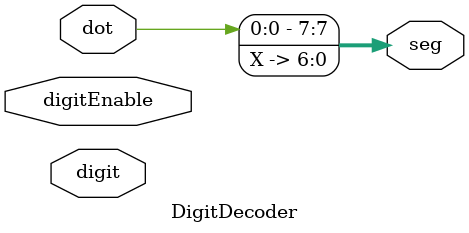
<source format=v>
/*
 * Copyright (c) 2023 by Liyuxuan, all rights reserved.
 */

module DigitDecoder
(
    input[3:0]      digit,
    input           digitEnable,
    input           dot,
    output reg[7:0] seg
);
    
reg[6:0] segMain;

always @(digit,dot) 
begin
    if(digitEnable==1'b0)
        segMain <= 7'b0000000;
    else
    begin
        case (digit)
            4'h0 : segMain <= 7'b0111111;
            4'h1 : segMain <= 7'b0000110;
            4'h2 : segMain <= 7'b1011011;
            4'h3 : segMain <= 7'b1001111;
            4'h4 : segMain <= 7'b1100110;
            4'h5 : segMain <= 7'b1101101;
            4'h6 : segMain <= 7'b1111101;
            4'h7 : segMain <= 7'b0000111;
            4'h8 : segMain <= 7'b1111111;
            4'h9 : segMain <= 7'b1101111;
            4'hA : segMain <= 7'b1110111;
            4'hB : segMain <= 7'b1111100;
            4'hC : segMain <= 7'b0111001;
            4'hD : segMain <= 7'b1011110;
            4'hE : segMain <= 7'b1111001;
            4'hF : segMain <= 7'b1110001;
        endcase
    end
    seg <= {dot,segMain};
end
endmodule
</source>
